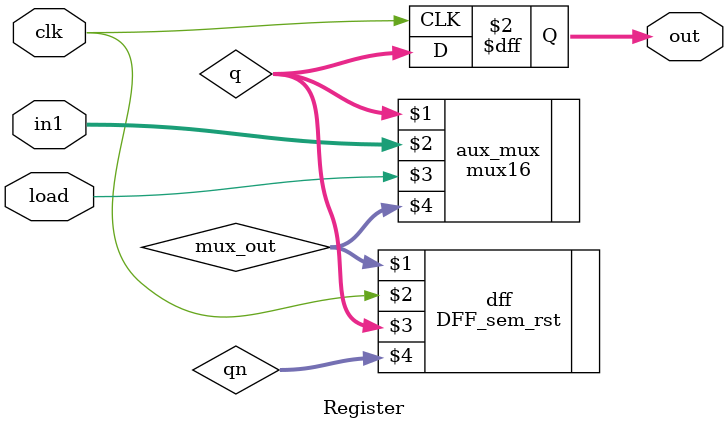
<source format=v>
`include "DFF_sem_rst.v"
`include "mux16.v"

module Register(input [15:0] in1, input load, input clk, output reg [15:0] out);

    wire [15:0] q ;
    wire [15:0] qn ;
    wire [15:0] mux_out;

    // Instanciando o mux
    mux16 aux_mux(q, in1, load, mux_out);

    // Instanciando o flip-flop
    DFF_sem_rst dff(mux_out, clk, q, qn); 

    // Atualizando o valor de out
    always @ (posedge clk) begin
        out <= q;
    end

endmodule

</source>
